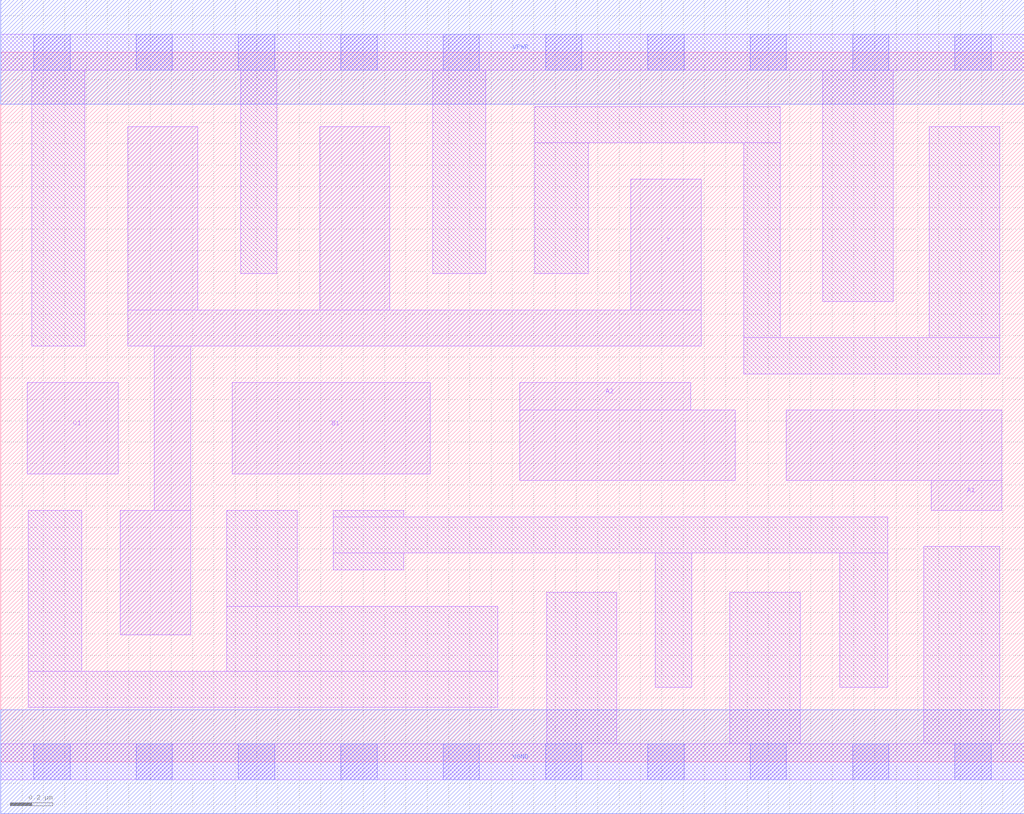
<source format=lef>
# Copyright 2020 The SkyWater PDK Authors
#
# Licensed under the Apache License, Version 2.0 (the "License");
# you may not use this file except in compliance with the License.
# You may obtain a copy of the License at
#
#     https://www.apache.org/licenses/LICENSE-2.0
#
# Unless required by applicable law or agreed to in writing, software
# distributed under the License is distributed on an "AS IS" BASIS,
# WITHOUT WARRANTIES OR CONDITIONS OF ANY KIND, either express or implied.
# See the License for the specific language governing permissions and
# limitations under the License.
#
# SPDX-License-Identifier: Apache-2.0

VERSION 5.7 ;
  NOWIREEXTENSIONATPIN ON ;
  DIVIDERCHAR "/" ;
  BUSBITCHARS "[]" ;
UNITS
  DATABASE MICRONS 200 ;
END UNITS
MACRO sky130_fd_sc_ls__o211ai_2
  CLASS CORE ;
  FOREIGN sky130_fd_sc_ls__o211ai_2 ;
  ORIGIN  0.000000  0.000000 ;
  SIZE  4.800000 BY  3.330000 ;
  SYMMETRY X Y ;
  SITE unit ;
  PIN A1
    ANTENNAGATEAREA  0.558000 ;
    DIRECTION INPUT ;
    USE SIGNAL ;
    PORT
      LAYER li1 ;
        RECT 3.685000 1.320000 4.695000 1.650000 ;
        RECT 4.365000 1.180000 4.695000 1.320000 ;
    END
  END A1
  PIN A2
    ANTENNAGATEAREA  0.558000 ;
    DIRECTION INPUT ;
    USE SIGNAL ;
    PORT
      LAYER li1 ;
        RECT 2.435000 1.320000 3.445000 1.650000 ;
        RECT 2.435000 1.650000 3.235000 1.780000 ;
    END
  END A2
  PIN B1
    ANTENNAGATEAREA  0.558000 ;
    DIRECTION INPUT ;
    USE SIGNAL ;
    PORT
      LAYER li1 ;
        RECT 1.085000 1.350000 2.015000 1.780000 ;
    END
  END B1
  PIN C1
    ANTENNAGATEAREA  0.558000 ;
    DIRECTION INPUT ;
    USE SIGNAL ;
    PORT
      LAYER li1 ;
        RECT 0.125000 1.350000 0.550000 1.780000 ;
    END
  END C1
  PIN Y
    ANTENNADIFFAREA  1.215200 ;
    DIRECTION OUTPUT ;
    USE SIGNAL ;
    PORT
      LAYER li1 ;
        RECT 0.560000 0.595000 0.890000 1.180000 ;
        RECT 0.595000 1.950000 3.285000 2.120000 ;
        RECT 0.595000 2.120000 0.925000 2.980000 ;
        RECT 0.720000 1.180000 0.890000 1.950000 ;
        RECT 1.495000 2.120000 1.825000 2.980000 ;
        RECT 2.955000 2.120000 3.285000 2.735000 ;
    END
  END Y
  PIN VGND
    DIRECTION INOUT ;
    SHAPE ABUTMENT ;
    USE GROUND ;
    PORT
      LAYER met1 ;
        RECT 0.000000 -0.245000 4.800000 0.245000 ;
    END
  END VGND
  PIN VPWR
    DIRECTION INOUT ;
    SHAPE ABUTMENT ;
    USE POWER ;
    PORT
      LAYER met1 ;
        RECT 0.000000 3.085000 4.800000 3.575000 ;
    END
  END VPWR
  OBS
    LAYER li1 ;
      RECT 0.000000 -0.085000 4.800000 0.085000 ;
      RECT 0.000000  3.245000 4.800000 3.415000 ;
      RECT 0.130000  0.255000 2.330000 0.425000 ;
      RECT 0.130000  0.425000 0.380000 1.180000 ;
      RECT 0.145000  1.950000 0.395000 3.245000 ;
      RECT 1.060000  0.425000 2.330000 0.730000 ;
      RECT 1.060000  0.730000 1.390000 1.180000 ;
      RECT 1.125000  2.290000 1.295000 3.245000 ;
      RECT 1.560000  0.900000 1.890000 0.980000 ;
      RECT 1.560000  0.980000 4.160000 1.150000 ;
      RECT 1.560000  1.150000 1.890000 1.180000 ;
      RECT 2.025000  2.290000 2.275000 3.245000 ;
      RECT 2.505000  2.290000 2.755000 2.905000 ;
      RECT 2.505000  2.905000 3.655000 3.075000 ;
      RECT 2.560000  0.085000 2.890000 0.795000 ;
      RECT 3.070000  0.350000 3.240000 0.980000 ;
      RECT 3.420000  0.085000 3.750000 0.795000 ;
      RECT 3.485000  1.820000 4.685000 1.990000 ;
      RECT 3.485000  1.990000 3.655000 2.905000 ;
      RECT 3.855000  2.160000 4.185000 3.245000 ;
      RECT 3.935000  0.350000 4.160000 0.980000 ;
      RECT 4.330000  0.085000 4.685000 1.010000 ;
      RECT 4.355000  1.990000 4.685000 2.980000 ;
    LAYER mcon ;
      RECT 0.155000 -0.085000 0.325000 0.085000 ;
      RECT 0.155000  3.245000 0.325000 3.415000 ;
      RECT 0.635000 -0.085000 0.805000 0.085000 ;
      RECT 0.635000  3.245000 0.805000 3.415000 ;
      RECT 1.115000 -0.085000 1.285000 0.085000 ;
      RECT 1.115000  3.245000 1.285000 3.415000 ;
      RECT 1.595000 -0.085000 1.765000 0.085000 ;
      RECT 1.595000  3.245000 1.765000 3.415000 ;
      RECT 2.075000 -0.085000 2.245000 0.085000 ;
      RECT 2.075000  3.245000 2.245000 3.415000 ;
      RECT 2.555000 -0.085000 2.725000 0.085000 ;
      RECT 2.555000  3.245000 2.725000 3.415000 ;
      RECT 3.035000 -0.085000 3.205000 0.085000 ;
      RECT 3.035000  3.245000 3.205000 3.415000 ;
      RECT 3.515000 -0.085000 3.685000 0.085000 ;
      RECT 3.515000  3.245000 3.685000 3.415000 ;
      RECT 3.995000 -0.085000 4.165000 0.085000 ;
      RECT 3.995000  3.245000 4.165000 3.415000 ;
      RECT 4.475000 -0.085000 4.645000 0.085000 ;
      RECT 4.475000  3.245000 4.645000 3.415000 ;
  END
END sky130_fd_sc_ls__o211ai_2
END LIBRARY

</source>
